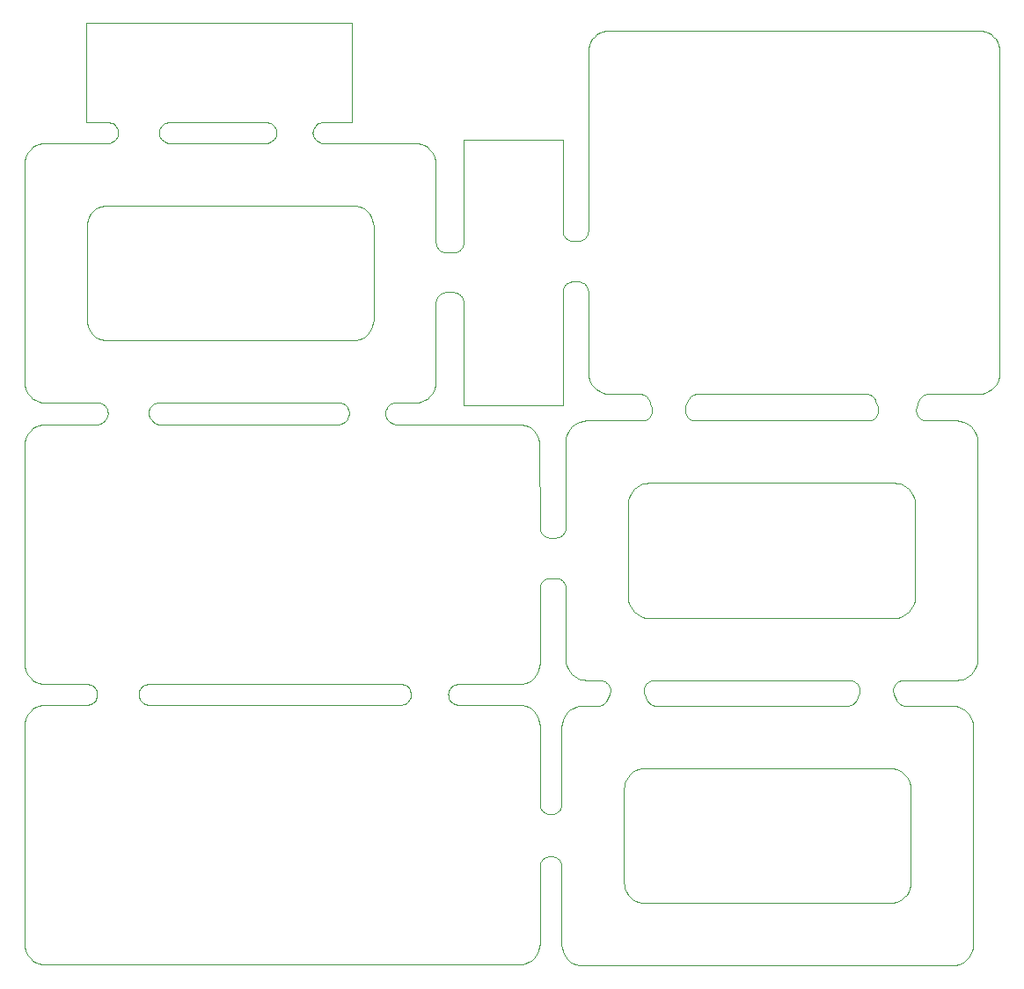
<source format=gko>
%MOIN*%
%OFA0B0*%
%FSLAX44Y44*%
%IPPOS*%
%LPD*%
%ADD10C,0*%
D10*
X00023665Y00013178D02*
X00023665Y00013178D01*
X00023542Y00013188D01*
X00023421Y00013217D01*
X00023307Y00013264D01*
X00023202Y00013328D01*
X00023108Y00013409D01*
X00023028Y00013503D01*
X00022963Y00013608D01*
X00022916Y00013722D01*
X00022887Y00013842D01*
X00022877Y00013965D01*
X00022877Y00017509D01*
X00022887Y00017632D01*
X00022916Y00017752D01*
X00022963Y00017866D01*
X00023028Y00017972D01*
X00023108Y00018065D01*
X00023202Y00018146D01*
X00023307Y00018210D01*
X00023421Y00018258D01*
X00023542Y00018286D01*
X00023665Y00018296D01*
X00032955Y00018296D01*
X00033078Y00018286D01*
X00033199Y00018258D01*
X00033313Y00018210D01*
X00033418Y00018146D01*
X00033512Y00018065D01*
X00033592Y00017972D01*
X00033657Y00017866D01*
X00033704Y00017752D01*
X00033733Y00017632D01*
X00033743Y00017509D01*
X00033743Y00013965D01*
X00033733Y00013842D01*
X00033704Y00013722D01*
X00033657Y00013608D01*
X00033592Y00013503D01*
X00033512Y00013409D01*
X00033418Y00013328D01*
X00033313Y00013264D01*
X00033199Y00013217D01*
X00033078Y00013188D01*
X00032955Y00013178D01*
X00023665Y00013178D01*
X00003149Y00023700D02*
X00003149Y00023700D01*
X00003026Y00023710D01*
X00002906Y00023739D01*
X00002792Y00023786D01*
X00002686Y00023851D01*
X00002592Y00023931D01*
X00002512Y00024025D01*
X00002448Y00024130D01*
X00002400Y00024244D01*
X00002371Y00024365D01*
X00002362Y00024488D01*
X00002362Y00028031D01*
X00002371Y00028154D01*
X00002400Y00028274D01*
X00002448Y00028388D01*
X00002512Y00028494D01*
X00002592Y00028588D01*
X00002686Y00028668D01*
X00002792Y00028733D01*
X00002906Y00028780D01*
X00003026Y00028809D01*
X00003149Y00028818D01*
X00012440Y00028818D01*
X00012563Y00028809D01*
X00012683Y00028780D01*
X00012797Y00028733D01*
X00012902Y00028668D01*
X00012996Y00028588D01*
X00013077Y00028494D01*
X00013141Y00028388D01*
X00013189Y00028274D01*
X00013217Y00028154D01*
X00013227Y00028031D01*
X00013227Y00024488D01*
X00013217Y00024365D01*
X00013189Y00024244D01*
X00013141Y00024130D01*
X00013077Y00024025D01*
X00012996Y00023931D01*
X00012902Y00023851D01*
X00012797Y00023786D01*
X00012683Y00023739D01*
X00012563Y00023710D01*
X00012440Y00023700D01*
X00003149Y00023700D01*
X00023504Y00002362D02*
X00023504Y00002362D01*
X00023381Y00002371D01*
X00023260Y00002400D01*
X00023146Y00002448D01*
X00023041Y00002512D01*
X00022947Y00002592D01*
X00022867Y00002686D01*
X00022802Y00002792D01*
X00022755Y00002906D01*
X00022726Y00003026D01*
X00022716Y00003149D01*
X00022716Y00006692D01*
X00022726Y00006816D01*
X00022755Y00006936D01*
X00022802Y00007050D01*
X00022867Y00007155D01*
X00022947Y00007249D01*
X00023041Y00007329D01*
X00023146Y00007394D01*
X00023260Y00007441D01*
X00023381Y00007470D01*
X00023504Y00007480D01*
X00032794Y00007480D01*
X00032917Y00007470D01*
X00033038Y00007441D01*
X00033152Y00007394D01*
X00033257Y00007329D01*
X00033351Y00007249D01*
X00033431Y00007155D01*
X00033496Y00007050D01*
X00033543Y00006936D01*
X00033572Y00006816D01*
X00033582Y00006692D01*
X00033582Y00003149D01*
X00033572Y00003026D01*
X00033543Y00002906D01*
X00033496Y00002792D01*
X00033431Y00002686D01*
X00033351Y00002592D01*
X00033257Y00002512D01*
X00033152Y00002448D01*
X00033038Y00002400D01*
X00032917Y00002371D01*
X00032794Y00002362D01*
X00023504Y00002362D01*
X00018736Y00009879D02*
X00018736Y00009879D01*
X00016480Y00009879D01*
X00016478Y00009879D01*
X00016476Y00009879D01*
X00016474Y00009879D01*
X00016472Y00009879D01*
X00016470Y00009879D01*
X00016468Y00009879D01*
X00016466Y00009879D01*
X00016464Y00009879D01*
X00016462Y00009879D01*
X00016460Y00009879D01*
X00016458Y00009879D01*
X00016456Y00009879D01*
X00016454Y00009880D01*
X00016452Y00009880D01*
X00016450Y00009880D01*
X00016448Y00009880D01*
X00016446Y00009880D01*
X00016444Y00009880D01*
X00016442Y00009880D01*
X00016440Y00009881D01*
X00016413Y00009883D01*
X00016354Y00009894D01*
X00016297Y00009913D01*
X00016244Y00009941D01*
X00016196Y00009976D01*
X00016154Y00010019D01*
X00016118Y00010067D01*
X00016091Y00010120D01*
X00016072Y00010177D01*
X00016061Y00010235D01*
X00016059Y00010295D01*
X00016067Y00010354D01*
X00016084Y00010412D01*
X00016108Y00010466D01*
X00016141Y00010516D01*
X00016181Y00010560D01*
X00016228Y00010598D01*
X00016279Y00010629D01*
X00016335Y00010651D01*
X00016393Y00010664D01*
X00016453Y00010669D01*
X00018741Y00010669D01*
X00018864Y00010679D01*
X00018984Y00010709D01*
X00019098Y00010756D01*
X00019204Y00010821D01*
X00019297Y00010902D01*
X00019377Y00010996D01*
X00019442Y00011102D01*
X00019489Y00011216D01*
X00019518Y00011336D01*
X00019527Y00011459D01*
X00019527Y00014295D01*
X00019528Y00014326D01*
X00019531Y00014356D01*
X00019537Y00014387D01*
X00019546Y00014416D01*
X00019557Y00014445D01*
X00019569Y00014473D01*
X00019585Y00014500D01*
X00019602Y00014526D01*
X00019621Y00014550D01*
X00019642Y00014573D01*
X00019665Y00014594D01*
X00019689Y00014613D01*
X00019715Y00014630D01*
X00019742Y00014646D01*
X00019770Y00014659D01*
X00019799Y00014669D01*
X00019828Y00014678D01*
X00019859Y00014684D01*
X00019889Y00014687D01*
X00019920Y00014689D01*
X00020121Y00014689D01*
X00020152Y00014687D01*
X00020183Y00014684D01*
X00020213Y00014678D01*
X00020243Y00014669D01*
X00020272Y00014659D01*
X00020300Y00014646D01*
X00020327Y00014631D01*
X00020353Y00014613D01*
X00020377Y00014594D01*
X00020400Y00014573D01*
X00020421Y00014551D01*
X00020440Y00014526D01*
X00020457Y00014501D01*
X00020472Y00014474D01*
X00020485Y00014446D01*
X00020496Y00014417D01*
X00020504Y00014387D01*
X00020510Y00014356D01*
X00020514Y00014326D01*
X00020515Y00014295D01*
X00020515Y00011603D01*
X00020525Y00011480D01*
X00020554Y00011360D01*
X00020601Y00011246D01*
X00020665Y00011140D01*
X00020746Y00011046D01*
X00020840Y00010966D01*
X00020945Y00010902D01*
X00021059Y00010854D01*
X00021179Y00010825D01*
X00021302Y00010816D01*
X00021805Y00010816D01*
X00021845Y00010814D01*
X00021883Y00010808D01*
X00021922Y00010798D01*
X00021958Y00010785D01*
X00021994Y00010768D01*
X00022027Y00010747D01*
X00022059Y00010723D01*
X00022087Y00010697D01*
X00022113Y00010667D01*
X00022136Y00010635D01*
X00022156Y00010601D01*
X00022172Y00010565D01*
X00022184Y00010528D01*
X00022193Y00010490D01*
X00022198Y00010451D01*
X00022199Y00010411D01*
X00022196Y00010372D01*
X00022189Y00010334D01*
X00022178Y00010296D01*
X00022164Y00010259D01*
X00022079Y00010073D01*
X00022069Y00010053D01*
X00022058Y00010033D01*
X00022046Y00010014D01*
X00022033Y00009996D01*
X00022018Y00009978D01*
X00022003Y00009962D01*
X00021987Y00009946D01*
X00021970Y00009931D01*
X00021952Y00009917D01*
X00021934Y00009905D01*
X00021914Y00009893D01*
X00021895Y00009883D01*
X00021874Y00009873D01*
X00021853Y00009865D01*
X00021832Y00009858D01*
X00021810Y00009852D01*
X00021788Y00009848D01*
X00021766Y00009845D01*
X00021743Y00009843D01*
X00021721Y00009842D01*
X00021142Y00009842D01*
X00021018Y00009832D01*
X00020898Y00009803D01*
X00020784Y00009756D01*
X00020679Y00009692D01*
X00020585Y00009611D01*
X00020505Y00009517D01*
X00020440Y00009412D01*
X00020393Y00009298D01*
X00020364Y00009178D01*
X00020354Y00009055D01*
X00020354Y00006127D01*
X00020353Y00006096D01*
X00020349Y00006065D01*
X00020343Y00006035D01*
X00020335Y00006005D01*
X00020324Y00005976D01*
X00020311Y00005948D01*
X00020296Y00005921D01*
X00020279Y00005896D01*
X00020260Y00005871D01*
X00020239Y00005849D01*
X00020216Y00005828D01*
X00020192Y00005809D01*
X00020166Y00005791D01*
X00020139Y00005776D01*
X00020111Y00005763D01*
X00020082Y00005753D01*
X00020052Y00005744D01*
X00020022Y00005738D01*
X00019991Y00005735D01*
X00019961Y00005733D01*
X00019920Y00005733D01*
X00019889Y00005735D01*
X00019859Y00005738D01*
X00019828Y00005744D01*
X00019798Y00005753D01*
X00019769Y00005763D01*
X00019741Y00005776D01*
X00019714Y00005791D01*
X00019689Y00005809D01*
X00019664Y00005828D01*
X00019642Y00005849D01*
X00019621Y00005871D01*
X00019602Y00005896D01*
X00019584Y00005921D01*
X00019569Y00005948D01*
X00019556Y00005976D01*
X00019546Y00006005D01*
X00019537Y00006035D01*
X00019531Y00006065D01*
X00019528Y00006096D01*
X00019526Y00006127D01*
X00019526Y00009089D01*
X00019516Y00009213D01*
X00019487Y00009333D01*
X00019440Y00009448D01*
X00019375Y00009553D01*
X00019294Y00009647D01*
X00019200Y00009728D01*
X00019095Y00009793D01*
X00018980Y00009840D01*
X00018860Y00009869D01*
X00018736Y00009879D01*
X00023948Y00009842D02*
X00023948Y00009842D01*
X00023925Y00009843D01*
X00023903Y00009845D01*
X00023880Y00009848D01*
X00023858Y00009852D01*
X00023837Y00009858D01*
X00023815Y00009865D01*
X00023794Y00009873D01*
X00023774Y00009883D01*
X00023754Y00009893D01*
X00023735Y00009905D01*
X00023716Y00009917D01*
X00023698Y00009931D01*
X00023681Y00009946D01*
X00023665Y00009962D01*
X00023650Y00009978D01*
X00023636Y00009996D01*
X00023622Y00010014D01*
X00023610Y00010033D01*
X00023599Y00010053D01*
X00023589Y00010073D01*
X00023505Y00010259D01*
X00023490Y00010296D01*
X00023479Y00010334D01*
X00023472Y00010372D01*
X00023469Y00010411D01*
X00023470Y00010451D01*
X00023475Y00010490D01*
X00023484Y00010528D01*
X00023496Y00010565D01*
X00023512Y00010601D01*
X00023532Y00010635D01*
X00023555Y00010667D01*
X00023581Y00010697D01*
X00023610Y00010723D01*
X00023641Y00010747D01*
X00023674Y00010768D01*
X00023710Y00010785D01*
X00023747Y00010798D01*
X00023785Y00010808D01*
X00023824Y00010814D01*
X00023863Y00010816D01*
X00031254Y00010816D01*
X00031293Y00010814D01*
X00031332Y00010808D01*
X00031370Y00010798D01*
X00031407Y00010785D01*
X00031443Y00010768D01*
X00031476Y00010747D01*
X00031507Y00010723D01*
X00031536Y00010697D01*
X00031562Y00010667D01*
X00031585Y00010635D01*
X00031605Y00010601D01*
X00031621Y00010565D01*
X00031633Y00010528D01*
X00031642Y00010490D01*
X00031647Y00010451D01*
X00031648Y00010411D01*
X00031645Y00010372D01*
X00031638Y00010334D01*
X00031627Y00010296D01*
X00031613Y00010259D01*
X00031528Y00010073D01*
X00031518Y00010053D01*
X00031507Y00010033D01*
X00031495Y00010014D01*
X00031482Y00009996D01*
X00031467Y00009978D01*
X00031452Y00009962D01*
X00031436Y00009946D01*
X00031419Y00009931D01*
X00031401Y00009917D01*
X00031383Y00009905D01*
X00031363Y00009893D01*
X00031343Y00009883D01*
X00031323Y00009873D01*
X00031302Y00009865D01*
X00031280Y00009858D01*
X00031259Y00009852D01*
X00031237Y00009848D01*
X00031214Y00009845D01*
X00031192Y00009843D01*
X00031169Y00009842D01*
X00023948Y00009842D01*
X00023303Y00021674D02*
X00023303Y00021674D01*
X00023327Y00021673D01*
X00023350Y00021671D01*
X00023373Y00021667D01*
X00023396Y00021663D01*
X00023419Y00021656D01*
X00023441Y00021649D01*
X00023463Y00021640D01*
X00023484Y00021629D01*
X00023505Y00021618D01*
X00023525Y00021605D01*
X00023544Y00021591D01*
X00023562Y00021576D01*
X00023579Y00021560D01*
X00023596Y00021543D01*
X00023611Y00021525D01*
X00023625Y00021506D01*
X00023638Y00021487D01*
X00023650Y00021466D01*
X00023660Y00021445D01*
X00023670Y00021424D01*
X00023759Y00021196D01*
X00023771Y00021159D01*
X00023780Y00021122D01*
X00023785Y00021084D01*
X00023786Y00021046D01*
X00023783Y00021008D01*
X00023777Y00020970D01*
X00023767Y00020933D01*
X00023754Y00020897D01*
X00023737Y00020863D01*
X00023717Y00020830D01*
X00023694Y00020800D01*
X00023668Y00020771D01*
X00023640Y00020746D01*
X00023609Y00020723D01*
X00023576Y00020704D01*
X00023541Y00020688D01*
X00023505Y00020675D01*
X00023468Y00020666D01*
X00023430Y00020660D01*
X00023392Y00020658D01*
X00021302Y00020658D01*
X00021179Y00020649D01*
X00021059Y00020620D01*
X00020945Y00020573D01*
X00020840Y00020508D01*
X00020746Y00020428D01*
X00020665Y00020334D01*
X00020601Y00020228D01*
X00020554Y00020114D01*
X00020525Y00019994D01*
X00020515Y00019871D01*
X00020515Y00016612D01*
X00020514Y00016582D01*
X00020510Y00016551D01*
X00020504Y00016521D01*
X00020496Y00016491D01*
X00020485Y00016462D01*
X00020472Y00016434D01*
X00020457Y00016407D01*
X00020440Y00016381D01*
X00020421Y00016357D01*
X00020400Y00016334D01*
X00020377Y00016313D01*
X00020353Y00016294D01*
X00020327Y00016277D01*
X00020300Y00016262D01*
X00020272Y00016249D01*
X00020243Y00016238D01*
X00020213Y00016230D01*
X00020183Y00016224D01*
X00020152Y00016220D01*
X00020121Y00016219D01*
X00019920Y00016219D01*
X00019889Y00016220D01*
X00019858Y00016224D01*
X00019828Y00016230D01*
X00019798Y00016238D01*
X00019769Y00016249D01*
X00019741Y00016262D01*
X00019714Y00016277D01*
X00019688Y00016294D01*
X00019664Y00016313D01*
X00019641Y00016334D01*
X00019620Y00016357D01*
X00019601Y00016381D01*
X00019584Y00016407D01*
X00019569Y00016434D01*
X00019556Y00016462D01*
X00019545Y00016491D01*
X00019537Y00016520D01*
X00019531Y00016551D01*
X00019527Y00016581D01*
X00019526Y00016612D01*
X00019525Y00019722D01*
X00019515Y00019846D01*
X00019487Y00019966D01*
X00019439Y00020080D01*
X00019374Y00020186D01*
X00019294Y00020280D01*
X00019200Y00020361D01*
X00019094Y00020425D01*
X00018980Y00020473D01*
X00018859Y00020502D01*
X00018736Y00020511D01*
X00014118Y00020511D01*
X00014104Y00020512D01*
X00014090Y00020512D01*
X00014075Y00020514D01*
X00014061Y00020515D01*
X00014047Y00020518D01*
X00014033Y00020521D01*
X00014019Y00020524D01*
X00014005Y00020528D01*
X00013992Y00020532D01*
X00013978Y00020537D01*
X00013965Y00020542D01*
X00013952Y00020548D01*
X00013939Y00020555D01*
X00013926Y00020561D01*
X00013914Y00020568D01*
X00013902Y00020576D01*
X00013890Y00020584D01*
X00013879Y00020593D01*
X00013867Y00020602D01*
X00013857Y00020611D01*
X00013812Y00020650D01*
X00013779Y00020684D01*
X00013750Y00020721D01*
X00013725Y00020762D01*
X00013706Y00020806D01*
X00013692Y00020851D01*
X00013683Y00020898D01*
X00013680Y00020945D01*
X00013683Y00020992D01*
X00013692Y00021039D01*
X00013706Y00021084D01*
X00013726Y00021128D01*
X00013750Y00021168D01*
X00013780Y00021206D01*
X00013813Y00021239D01*
X00013851Y00021269D01*
X00013891Y00021293D01*
X00013935Y00021313D01*
X00013980Y00021327D01*
X00014027Y00021335D01*
X00014074Y00021338D01*
X00014802Y00021338D01*
X00014925Y00021348D01*
X00015045Y00021377D01*
X00015159Y00021424D01*
X00015265Y00021488D01*
X00015359Y00021569D01*
X00015439Y00021663D01*
X00015503Y00021768D01*
X00015551Y00021882D01*
X00015580Y00022002D01*
X00015589Y00022125D01*
X00015589Y00025131D01*
X00015590Y00025162D01*
X00015594Y00025193D01*
X00015600Y00025223D01*
X00015609Y00025253D01*
X00015619Y00025282D01*
X00015632Y00025310D01*
X00015647Y00025337D01*
X00015664Y00025362D01*
X00015684Y00025387D01*
X00015705Y00025409D01*
X00015727Y00025430D01*
X00015752Y00025450D01*
X00015777Y00025467D01*
X00015804Y00025482D01*
X00015832Y00025495D01*
X00015861Y00025506D01*
X00015891Y00025514D01*
X00015921Y00025520D01*
X00015952Y00025524D01*
X00015983Y00025525D01*
X00016243Y00025525D01*
X00016274Y00025524D01*
X00016305Y00025520D01*
X00016335Y00025514D01*
X00016365Y00025506D01*
X00016394Y00025495D01*
X00016422Y00025482D01*
X00016449Y00025467D01*
X00016474Y00025450D01*
X00016499Y00025430D01*
X00016521Y00025409D01*
X00016542Y00025387D01*
X00016562Y00025362D01*
X00016579Y00025337D01*
X00016594Y00025310D01*
X00016607Y00025282D01*
X00016617Y00025253D01*
X00016626Y00025223D01*
X00016632Y00025193D01*
X00016635Y00025162D01*
X00016637Y00025131D01*
X00016637Y00021243D01*
X00020393Y00021243D01*
X00020393Y00025539D01*
X00020394Y00025570D01*
X00020397Y00025600D01*
X00020403Y00025631D01*
X00020412Y00025660D01*
X00020423Y00025689D01*
X00020436Y00025717D01*
X00020451Y00025744D01*
X00020468Y00025770D01*
X00020487Y00025794D01*
X00020508Y00025817D01*
X00020531Y00025838D01*
X00020555Y00025857D01*
X00020581Y00025874D01*
X00020608Y00025889D01*
X00020636Y00025902D01*
X00020665Y00025913D01*
X00020694Y00025921D01*
X00020725Y00025927D01*
X00020755Y00025931D01*
X00020786Y00025932D01*
X00020970Y00025932D01*
X00021001Y00025931D01*
X00021032Y00025927D01*
X00021062Y00025921D01*
X00021092Y00025913D01*
X00021121Y00025902D01*
X00021149Y00025889D01*
X00021176Y00025874D01*
X00021201Y00025857D01*
X00021226Y00025838D01*
X00021248Y00025817D01*
X00021269Y00025794D01*
X00021288Y00025770D01*
X00021306Y00025744D01*
X00021321Y00025717D01*
X00021334Y00025689D01*
X00021344Y00025660D01*
X00021353Y00025631D01*
X00021359Y00025600D01*
X00021362Y00025570D01*
X00021364Y00025539D01*
X00021364Y00022461D01*
X00021373Y00022338D01*
X00021402Y00022218D01*
X00021449Y00022104D01*
X00021514Y00021998D01*
X00021594Y00021904D01*
X00021688Y00021824D01*
X00021794Y00021760D01*
X00021908Y00021712D01*
X00022028Y00021683D01*
X00022151Y00021674D01*
X00023303Y00021674D01*
X00031881Y00021674D02*
X00031881Y00021674D01*
X00031905Y00021673D01*
X00031929Y00021671D01*
X00031953Y00021667D01*
X00031976Y00021662D01*
X00031999Y00021656D01*
X00032022Y00021648D01*
X00032044Y00021638D01*
X00032066Y00021628D01*
X00032087Y00021616D01*
X00032107Y00021602D01*
X00032126Y00021588D01*
X00032144Y00021572D01*
X00032162Y00021556D01*
X00032178Y00021538D01*
X00032193Y00021519D01*
X00032207Y00021500D01*
X00032220Y00021479D01*
X00032232Y00021458D01*
X00032242Y00021436D01*
X00032251Y00021414D01*
X00032333Y00021186D01*
X00032344Y00021150D01*
X00032352Y00021113D01*
X00032356Y00021075D01*
X00032357Y00021038D01*
X00032353Y00021000D01*
X00032347Y00020963D01*
X00032336Y00020927D01*
X00032323Y00020891D01*
X00032306Y00020858D01*
X00032285Y00020826D01*
X00032262Y00020796D01*
X00032236Y00020769D01*
X00032208Y00020744D01*
X00032177Y00020722D01*
X00032145Y00020703D01*
X00032110Y00020687D01*
X00032075Y00020675D01*
X00032038Y00020666D01*
X00032001Y00020660D01*
X00031963Y00020658D01*
X00025426Y00020658D01*
X00025387Y00020660D01*
X00025350Y00020666D01*
X00025313Y00020675D01*
X00025276Y00020688D01*
X00025242Y00020704D01*
X00025209Y00020723D01*
X00025178Y00020746D01*
X00025150Y00020771D01*
X00025124Y00020800D01*
X00025101Y00020830D01*
X00025081Y00020863D01*
X00025064Y00020897D01*
X00025050Y00020933D01*
X00025041Y00020970D01*
X00025035Y00021008D01*
X00025032Y00021046D01*
X00025033Y00021084D01*
X00025038Y00021122D01*
X00025047Y00021159D01*
X00025059Y00021196D01*
X00025148Y00021424D01*
X00025158Y00021445D01*
X00025168Y00021466D01*
X00025180Y00021487D01*
X00025193Y00021506D01*
X00025207Y00021525D01*
X00025222Y00021543D01*
X00025238Y00021560D01*
X00025256Y00021576D01*
X00025274Y00021591D01*
X00025293Y00021605D01*
X00025313Y00021618D01*
X00025333Y00021629D01*
X00025355Y00021640D01*
X00025377Y00021649D01*
X00025399Y00021656D01*
X00025422Y00021663D01*
X00025445Y00021667D01*
X00025468Y00021671D01*
X00025491Y00021673D01*
X00025515Y00021674D01*
X00031881Y00021674D01*
X00005550Y00031181D02*
X00005550Y00031181D01*
X00005550Y00031181D01*
X00005550Y00031181D01*
X00005549Y00031181D01*
X00005549Y00031181D01*
X00005549Y00031181D01*
X00005549Y00031181D01*
X00005549Y00031181D01*
X00005548Y00031181D01*
X00005548Y00031181D01*
X00005548Y00031181D01*
X00005548Y00031181D01*
X00005547Y00031181D01*
X00005547Y00031181D01*
X00005547Y00031181D01*
X00005547Y00031181D01*
X00005547Y00031181D01*
X00005546Y00031181D01*
X00005546Y00031181D01*
X00005546Y00031181D01*
X00005546Y00031181D01*
X00005494Y00031181D01*
X00005432Y00031187D01*
X00005373Y00031202D01*
X00005316Y00031226D01*
X00005264Y00031258D01*
X00005217Y00031299D01*
X00005178Y00031346D01*
X00005146Y00031399D01*
X00005123Y00031456D01*
X00005109Y00031516D01*
X00005104Y00031577D01*
X00005109Y00031638D01*
X00005124Y00031698D01*
X00005148Y00031755D01*
X00005180Y00031807D01*
X00005220Y00031854D01*
X00005267Y00031894D01*
X00005320Y00031926D01*
X00005377Y00031949D01*
X00005436Y00031964D01*
X00005498Y00031969D01*
X00009153Y00031969D01*
X00009215Y00031964D01*
X00009275Y00031949D01*
X00009332Y00031926D01*
X00009384Y00031894D01*
X00009431Y00031854D01*
X00009471Y00031807D01*
X00009504Y00031755D01*
X00009527Y00031698D01*
X00009542Y00031638D01*
X00009547Y00031577D01*
X00009543Y00031515D01*
X00009529Y00031456D01*
X00009505Y00031398D01*
X00009474Y00031346D01*
X00009434Y00031299D01*
X00009387Y00031258D01*
X00009335Y00031226D01*
X00009279Y00031202D01*
X00009219Y00031187D01*
X00009157Y00031181D01*
X00009101Y00031181D01*
X00009101Y00031181D01*
X00009101Y00031181D01*
X00009101Y00031181D01*
X00009101Y00031181D01*
X00009100Y00031181D01*
X00009100Y00031181D01*
X00009100Y00031181D01*
X00009100Y00031181D01*
X00009100Y00031181D01*
X00009099Y00031181D01*
X00009099Y00031181D01*
X00009099Y00031181D01*
X00009099Y00031181D01*
X00009099Y00031181D01*
X00009098Y00031181D01*
X00009098Y00031181D01*
X00009098Y00031181D01*
X00009098Y00031181D01*
X00009098Y00031181D01*
X00009097Y00031181D01*
X00005550Y00031181D01*
X00005146Y00020511D02*
X00005146Y00020511D01*
X00005130Y00020512D01*
X00005115Y00020512D01*
X00005100Y00020514D01*
X00005086Y00020516D01*
X00005071Y00020518D01*
X00005056Y00020522D01*
X00005041Y00020525D01*
X00005027Y00020530D01*
X00005013Y00020534D01*
X00004999Y00020540D01*
X00004985Y00020546D01*
X00004971Y00020552D01*
X00004958Y00020559D01*
X00004945Y00020566D01*
X00004932Y00020574D01*
X00004920Y00020583D01*
X00004907Y00020591D01*
X00004896Y00020601D01*
X00004884Y00020611D01*
X00004873Y00020621D01*
X00004832Y00020660D01*
X00004800Y00020694D01*
X00004773Y00020732D01*
X00004750Y00020773D01*
X00004732Y00020816D01*
X00004720Y00020861D01*
X00004712Y00020908D01*
X00004711Y00020954D01*
X00004715Y00021001D01*
X00004724Y00021047D01*
X00004739Y00021091D01*
X00004759Y00021133D01*
X00004784Y00021173D01*
X00004813Y00021209D01*
X00004847Y00021242D01*
X00004884Y00021271D01*
X00004924Y00021294D01*
X00004967Y00021313D01*
X00005012Y00021327D01*
X00005058Y00021335D01*
X00005104Y00021338D01*
X00011909Y00021338D01*
X00011957Y00021335D01*
X00012003Y00021327D01*
X00012049Y00021313D01*
X00012092Y00021293D01*
X00012133Y00021269D01*
X00012170Y00021239D01*
X00012204Y00021206D01*
X00012233Y00021168D01*
X00012258Y00021128D01*
X00012277Y00021084D01*
X00012291Y00021039D01*
X00012300Y00020992D01*
X00012303Y00020945D01*
X00012300Y00020898D01*
X00012292Y00020851D01*
X00012278Y00020806D01*
X00012258Y00020762D01*
X00012234Y00020721D01*
X00012204Y00020684D01*
X00012171Y00020650D01*
X00012127Y00020611D01*
X00012116Y00020602D01*
X00012105Y00020593D01*
X00012093Y00020584D01*
X00012081Y00020576D01*
X00012069Y00020568D01*
X00012057Y00020561D01*
X00012044Y00020555D01*
X00012031Y00020548D01*
X00012018Y00020542D01*
X00012005Y00020537D01*
X00011992Y00020532D01*
X00011978Y00020528D01*
X00011964Y00020524D01*
X00011950Y00020521D01*
X00011936Y00020518D01*
X00011922Y00020515D01*
X00011908Y00020514D01*
X00011894Y00020512D01*
X00011879Y00020512D01*
X00011865Y00020511D01*
X00005146Y00020511D01*
X00004751Y00009879D02*
X00004751Y00009879D01*
X00004749Y00009879D01*
X00004747Y00009879D01*
X00004745Y00009879D01*
X00004742Y00009879D01*
X00004740Y00009879D01*
X00004738Y00009879D01*
X00004736Y00009879D01*
X00004734Y00009879D01*
X00004732Y00009879D01*
X00004729Y00009879D01*
X00004727Y00009879D01*
X00004725Y00009879D01*
X00004723Y00009880D01*
X00004721Y00009880D01*
X00004719Y00009880D01*
X00004717Y00009880D01*
X00004714Y00009880D01*
X00004712Y00009881D01*
X00004710Y00009881D01*
X00004708Y00009881D01*
X00004683Y00009884D01*
X00004624Y00009895D01*
X00004568Y00009914D01*
X00004515Y00009942D01*
X00004467Y00009978D01*
X00004426Y00010020D01*
X00004391Y00010069D01*
X00004363Y00010122D01*
X00004344Y00010178D01*
X00004334Y00010237D01*
X00004333Y00010297D01*
X00004341Y00010356D01*
X00004357Y00010413D01*
X00004382Y00010467D01*
X00004415Y00010517D01*
X00004455Y00010561D01*
X00004501Y00010599D01*
X00004553Y00010629D01*
X00004608Y00010651D01*
X00004666Y00010664D01*
X00004726Y00010669D01*
X00014255Y00010669D01*
X00014315Y00010664D01*
X00014373Y00010651D01*
X00014428Y00010629D01*
X00014480Y00010598D01*
X00014526Y00010560D01*
X00014566Y00010516D01*
X00014599Y00010466D01*
X00014624Y00010412D01*
X00014641Y00010354D01*
X00014648Y00010295D01*
X00014647Y00010235D01*
X00014636Y00010177D01*
X00014617Y00010120D01*
X00014589Y00010067D01*
X00014554Y00010019D01*
X00014512Y00009976D01*
X00014463Y00009941D01*
X00014410Y00009913D01*
X00014354Y00009894D01*
X00014295Y00009883D01*
X00014268Y00009881D01*
X00014266Y00009880D01*
X00014264Y00009880D01*
X00014262Y00009880D01*
X00014260Y00009880D01*
X00014258Y00009880D01*
X00014256Y00009880D01*
X00014254Y00009880D01*
X00014252Y00009879D01*
X00014250Y00009879D01*
X00014248Y00009879D01*
X00014246Y00009879D01*
X00014244Y00009879D01*
X00014242Y00009879D01*
X00014240Y00009879D01*
X00014238Y00009879D01*
X00014236Y00009879D01*
X00014234Y00009879D01*
X00014232Y00009879D01*
X00014230Y00009879D01*
X00014228Y00009879D01*
X00004751Y00009879D01*
X00002360Y00010669D02*
X00002360Y00010669D01*
X00002419Y00010664D01*
X00002477Y00010651D01*
X00002533Y00010629D01*
X00002584Y00010599D01*
X00002630Y00010561D01*
X00002670Y00010517D01*
X00002703Y00010467D01*
X00002728Y00010413D01*
X00002745Y00010356D01*
X00002753Y00010297D01*
X00002752Y00010237D01*
X00002741Y00010178D01*
X00002722Y00010122D01*
X00002695Y00010069D01*
X00002660Y00010020D01*
X00002618Y00009978D01*
X00002570Y00009942D01*
X00002518Y00009914D01*
X00002461Y00009895D01*
X00002403Y00009884D01*
X00002378Y00009881D01*
X00002376Y00009881D01*
X00002373Y00009881D01*
X00002371Y00009880D01*
X00002369Y00009880D01*
X00002367Y00009880D01*
X00002365Y00009880D01*
X00002363Y00009880D01*
X00002360Y00009879D01*
X00002358Y00009879D01*
X00002356Y00009879D01*
X00002354Y00009879D01*
X00002352Y00009879D01*
X00002350Y00009879D01*
X00002348Y00009879D01*
X00002345Y00009879D01*
X00002343Y00009879D01*
X00002341Y00009879D01*
X00002339Y00009879D01*
X00002337Y00009879D01*
X00002335Y00009879D01*
X00000787Y00009879D01*
X00000664Y00009869D01*
X00000544Y00009840D01*
X00000430Y00009793D01*
X00000324Y00009728D01*
X00000230Y00009648D01*
X00000150Y00009554D01*
X00000086Y00009449D01*
X00000038Y00009335D01*
X00000010Y00009214D01*
X00000000Y00009091D01*
X00000000Y00000824D01*
X00000010Y00000700D01*
X00000038Y00000580D01*
X00000086Y00000466D01*
X00000150Y00000361D01*
X00000230Y00000267D01*
X00000324Y00000186D01*
X00000430Y00000122D01*
X00000544Y00000075D01*
X00000664Y00000046D01*
X00000787Y00000036D01*
X00018741Y00000036D01*
X00018865Y00000046D01*
X00018985Y00000076D01*
X00019099Y00000124D01*
X00019204Y00000189D01*
X00019298Y00000269D01*
X00019378Y00000363D01*
X00019442Y00000469D01*
X00019489Y00000583D01*
X00019518Y00000703D01*
X00019528Y00000827D01*
X00019527Y00003747D01*
X00019528Y00003778D01*
X00019532Y00003809D01*
X00019538Y00003839D01*
X00019546Y00003869D01*
X00019557Y00003898D01*
X00019570Y00003926D01*
X00019585Y00003953D01*
X00019602Y00003978D01*
X00019621Y00004003D01*
X00019642Y00004025D01*
X00019665Y00004046D01*
X00019689Y00004066D01*
X00019715Y00004083D01*
X00019742Y00004098D01*
X00019770Y00004111D01*
X00019799Y00004122D01*
X00019829Y00004130D01*
X00019859Y00004136D01*
X00019890Y00004140D01*
X00019921Y00004141D01*
X00019960Y00004141D01*
X00019991Y00004140D01*
X00020022Y00004136D01*
X00020052Y00004130D01*
X00020082Y00004122D01*
X00020111Y00004111D01*
X00020139Y00004098D01*
X00020166Y00004083D01*
X00020192Y00004066D01*
X00020216Y00004047D01*
X00020239Y00004026D01*
X00020260Y00004003D01*
X00020279Y00003979D01*
X00020296Y00003953D01*
X00020311Y00003926D01*
X00020324Y00003898D01*
X00020335Y00003869D01*
X00020343Y00003839D01*
X00020349Y00003809D01*
X00020353Y00003778D01*
X00020354Y00003747D01*
X00020354Y00000787D01*
X00020364Y00000664D01*
X00020393Y00000544D01*
X00020440Y00000429D01*
X00020505Y00000324D01*
X00020585Y00000230D01*
X00020679Y00000150D01*
X00020784Y00000085D01*
X00020898Y00000038D01*
X00021018Y00000009D01*
X00021142Y00000000D01*
X00035157Y00000000D01*
X00035280Y00000009D01*
X00035400Y00000038D01*
X00035514Y00000085D01*
X00035619Y00000150D01*
X00035713Y00000230D01*
X00035794Y00000324D01*
X00035858Y00000429D01*
X00035905Y00000544D01*
X00035934Y00000664D01*
X00035944Y00000787D01*
X00035944Y00009055D01*
X00035934Y00009178D01*
X00035905Y00009298D01*
X00035858Y00009412D01*
X00035794Y00009517D01*
X00035713Y00009611D01*
X00035619Y00009692D01*
X00035514Y00009756D01*
X00035400Y00009803D01*
X00035280Y00009832D01*
X00035157Y00009842D01*
X00033397Y00009842D01*
X00033374Y00009843D01*
X00033352Y00009845D01*
X00033329Y00009848D01*
X00033307Y00009852D01*
X00033285Y00009858D01*
X00033264Y00009865D01*
X00033243Y00009873D01*
X00033223Y00009883D01*
X00033203Y00009893D01*
X00033183Y00009905D01*
X00033165Y00009917D01*
X00033147Y00009931D01*
X00033130Y00009946D01*
X00033114Y00009962D01*
X00033099Y00009978D01*
X00033084Y00009996D01*
X00033071Y00010014D01*
X00033059Y00010033D01*
X00033048Y00010053D01*
X00033038Y00010073D01*
X00032953Y00010259D01*
X00032939Y00010296D01*
X00032928Y00010334D01*
X00032921Y00010372D01*
X00032918Y00010411D01*
X00032919Y00010451D01*
X00032924Y00010490D01*
X00032933Y00010528D01*
X00032945Y00010565D01*
X00032961Y00010601D01*
X00032981Y00010635D01*
X00033004Y00010667D01*
X00033030Y00010697D01*
X00033058Y00010723D01*
X00033090Y00010747D01*
X00033123Y00010768D01*
X00033159Y00010785D01*
X00033196Y00010798D01*
X00033234Y00010808D01*
X00033273Y00010814D01*
X00033312Y00010816D01*
X00035317Y00010816D01*
X00035441Y00010825D01*
X00035561Y00010854D01*
X00035675Y00010902D01*
X00035780Y00010966D01*
X00035874Y00011046D01*
X00035954Y00011140D01*
X00036019Y00011246D01*
X00036066Y00011360D01*
X00036095Y00011480D01*
X00036105Y00011603D01*
X00036105Y00019871D01*
X00036095Y00019994D01*
X00036066Y00020114D01*
X00036019Y00020228D01*
X00035954Y00020334D01*
X00035874Y00020428D01*
X00035780Y00020508D01*
X00035675Y00020573D01*
X00035561Y00020620D01*
X00035441Y00020649D01*
X00035317Y00020658D01*
X00034178Y00020658D01*
X00034140Y00020660D01*
X00034103Y00020666D01*
X00034066Y00020675D01*
X00034030Y00020687D01*
X00033996Y00020703D01*
X00033963Y00020722D01*
X00033933Y00020744D01*
X00033904Y00020769D01*
X00033878Y00020796D01*
X00033855Y00020826D01*
X00033835Y00020858D01*
X00033818Y00020891D01*
X00033804Y00020927D01*
X00033794Y00020963D01*
X00033787Y00021000D01*
X00033784Y00021038D01*
X00033785Y00021075D01*
X00033789Y00021113D01*
X00033796Y00021150D01*
X00033807Y00021186D01*
X00033890Y00021414D01*
X00033899Y00021436D01*
X00033909Y00021458D01*
X00033921Y00021479D01*
X00033933Y00021500D01*
X00033947Y00021519D01*
X00033963Y00021538D01*
X00033979Y00021556D01*
X00033996Y00021572D01*
X00034015Y00021588D01*
X00034034Y00021602D01*
X00034054Y00021616D01*
X00034075Y00021628D01*
X00034097Y00021638D01*
X00034119Y00021648D01*
X00034142Y00021656D01*
X00034165Y00021662D01*
X00034188Y00021667D01*
X00034212Y00021671D01*
X00034236Y00021673D01*
X00034260Y00021674D01*
X00036166Y00021674D01*
X00036289Y00021683D01*
X00036409Y00021712D01*
X00036523Y00021760D01*
X00036629Y00021824D01*
X00036723Y00021904D01*
X00036803Y00021998D01*
X00036867Y00022104D01*
X00036915Y00022218D01*
X00036944Y00022338D01*
X00036953Y00022461D01*
X00036953Y00034666D01*
X00036944Y00034789D01*
X00036915Y00034909D01*
X00036867Y00035023D01*
X00036803Y00035129D01*
X00036723Y00035223D01*
X00036629Y00035303D01*
X00036523Y00035367D01*
X00036409Y00035415D01*
X00036289Y00035444D01*
X00036166Y00035453D01*
X00022151Y00035453D01*
X00022028Y00035444D01*
X00021908Y00035415D01*
X00021794Y00035367D01*
X00021688Y00035303D01*
X00021594Y00035223D01*
X00021514Y00035129D01*
X00021449Y00035023D01*
X00021402Y00034909D01*
X00021373Y00034789D01*
X00021364Y00034666D01*
X00021364Y00027864D01*
X00021362Y00027833D01*
X00021359Y00027802D01*
X00021353Y00027772D01*
X00021344Y00027742D01*
X00021334Y00027713D01*
X00021321Y00027685D01*
X00021306Y00027658D01*
X00021288Y00027632D01*
X00021269Y00027608D01*
X00021248Y00027585D01*
X00021226Y00027564D01*
X00021201Y00027545D01*
X00021176Y00027528D01*
X00021149Y00027513D01*
X00021121Y00027500D01*
X00021092Y00027489D01*
X00021062Y00027481D01*
X00021032Y00027475D01*
X00021001Y00027471D01*
X00020970Y00027470D01*
X00020786Y00027470D01*
X00020755Y00027471D01*
X00020725Y00027475D01*
X00020694Y00027481D01*
X00020665Y00027489D01*
X00020636Y00027500D01*
X00020608Y00027513D01*
X00020581Y00027528D01*
X00020555Y00027545D01*
X00020531Y00027564D01*
X00020508Y00027585D01*
X00020487Y00027608D01*
X00020468Y00027632D01*
X00020451Y00027658D01*
X00020436Y00027685D01*
X00020423Y00027713D01*
X00020412Y00027742D01*
X00020403Y00027772D01*
X00020397Y00027802D01*
X00020394Y00027833D01*
X00020393Y00027864D01*
X00020393Y00031321D01*
X00016637Y00031321D01*
X00016637Y00027423D01*
X00016635Y00027392D01*
X00016632Y00027361D01*
X00016626Y00027331D01*
X00016617Y00027301D01*
X00016607Y00027272D01*
X00016594Y00027244D01*
X00016579Y00027217D01*
X00016562Y00027191D01*
X00016542Y00027167D01*
X00016521Y00027144D01*
X00016499Y00027123D01*
X00016474Y00027104D01*
X00016449Y00027087D01*
X00016422Y00027072D01*
X00016394Y00027059D01*
X00016365Y00027048D01*
X00016335Y00027040D01*
X00016305Y00027034D01*
X00016274Y00027030D01*
X00016243Y00027029D01*
X00015983Y00027029D01*
X00015952Y00027030D01*
X00015921Y00027034D01*
X00015891Y00027040D01*
X00015861Y00027048D01*
X00015832Y00027059D01*
X00015804Y00027072D01*
X00015777Y00027087D01*
X00015752Y00027104D01*
X00015727Y00027123D01*
X00015705Y00027144D01*
X00015684Y00027167D01*
X00015664Y00027191D01*
X00015647Y00027217D01*
X00015632Y00027244D01*
X00015619Y00027272D01*
X00015609Y00027301D01*
X00015600Y00027331D01*
X00015594Y00027361D01*
X00015590Y00027392D01*
X00015589Y00027423D01*
X00015589Y00030393D01*
X00015580Y00030516D01*
X00015551Y00030637D01*
X00015503Y00030751D01*
X00015439Y00030856D01*
X00015359Y00030950D01*
X00015265Y00031030D01*
X00015159Y00031095D01*
X00015045Y00031142D01*
X00014925Y00031171D01*
X00014802Y00031181D01*
X00011374Y00031181D01*
X00011374Y00031181D01*
X00011374Y00031181D01*
X00011373Y00031181D01*
X00011373Y00031181D01*
X00011373Y00031181D01*
X00011373Y00031181D01*
X00011373Y00031181D01*
X00011372Y00031181D01*
X00011372Y00031181D01*
X00011372Y00031181D01*
X00011372Y00031181D01*
X00011372Y00031181D01*
X00011371Y00031181D01*
X00011371Y00031181D01*
X00011371Y00031181D01*
X00011371Y00031181D01*
X00011371Y00031181D01*
X00011370Y00031181D01*
X00011370Y00031181D01*
X00011370Y00031181D01*
X00011314Y00031181D01*
X00011253Y00031187D01*
X00011193Y00031202D01*
X00011136Y00031226D01*
X00011084Y00031258D01*
X00011037Y00031299D01*
X00010998Y00031346D01*
X00010966Y00031398D01*
X00010943Y00031456D01*
X00010929Y00031515D01*
X00010924Y00031577D01*
X00010929Y00031638D01*
X00010944Y00031698D01*
X00010968Y00031755D01*
X00011000Y00031807D01*
X00011040Y00031854D01*
X00011087Y00031894D01*
X00011140Y00031926D01*
X00011197Y00031949D01*
X00011257Y00031964D01*
X00011318Y00031969D01*
X00012423Y00031969D01*
X00012423Y00035724D01*
X00002345Y00035724D01*
X00002345Y00031969D01*
X00003163Y00031969D01*
X00003224Y00031964D01*
X00003284Y00031949D01*
X00003341Y00031926D01*
X00003393Y00031894D01*
X00003440Y00031854D01*
X00003480Y00031807D01*
X00003513Y00031755D01*
X00003536Y00031698D01*
X00003551Y00031638D01*
X00003556Y00031577D01*
X00003552Y00031516D01*
X00003538Y00031456D01*
X00003515Y00031399D01*
X00003483Y00031346D01*
X00003443Y00031299D01*
X00003397Y00031258D01*
X00003345Y00031226D01*
X00003288Y00031202D01*
X00003228Y00031187D01*
X00003167Y00031181D01*
X00003115Y00031181D01*
X00003114Y00031181D01*
X00003114Y00031181D01*
X00003114Y00031181D01*
X00003114Y00031181D01*
X00003114Y00031181D01*
X00003113Y00031181D01*
X00003113Y00031181D01*
X00003113Y00031181D01*
X00003113Y00031181D01*
X00003113Y00031181D01*
X00003112Y00031181D01*
X00003112Y00031181D01*
X00003112Y00031181D01*
X00003112Y00031181D01*
X00003111Y00031181D01*
X00003111Y00031181D01*
X00003111Y00031181D01*
X00003111Y00031181D01*
X00003111Y00031181D01*
X00003110Y00031181D01*
X00000787Y00031181D01*
X00000664Y00031171D01*
X00000544Y00031142D01*
X00000429Y00031095D01*
X00000324Y00031030D01*
X00000230Y00030950D01*
X00000150Y00030856D01*
X00000085Y00030751D01*
X00000038Y00030637D01*
X00000009Y00030516D01*
X00000000Y00030393D01*
X00000000Y00022125D01*
X00000009Y00022002D01*
X00000038Y00021882D01*
X00000085Y00021768D01*
X00000150Y00021663D01*
X00000230Y00021569D01*
X00000324Y00021488D01*
X00000429Y00021424D01*
X00000544Y00021377D01*
X00000664Y00021348D01*
X00000787Y00021338D01*
X00002769Y00021338D01*
X00002815Y00021335D01*
X00002861Y00021327D01*
X00002906Y00021313D01*
X00002949Y00021294D01*
X00002989Y00021271D01*
X00003026Y00021242D01*
X00003060Y00021209D01*
X00003089Y00021173D01*
X00003114Y00021133D01*
X00003134Y00021091D01*
X00003149Y00021047D01*
X00003158Y00021001D01*
X00003162Y00020954D01*
X00003161Y00020908D01*
X00003153Y00020861D01*
X00003141Y00020816D01*
X00003123Y00020773D01*
X00003100Y00020732D01*
X00003073Y00020694D01*
X00003041Y00020660D01*
X00003000Y00020621D01*
X00002989Y00020611D01*
X00002977Y00020601D01*
X00002966Y00020591D01*
X00002953Y00020583D01*
X00002941Y00020574D01*
X00002928Y00020566D01*
X00002915Y00020559D01*
X00002902Y00020552D01*
X00002888Y00020546D01*
X00002874Y00020540D01*
X00002860Y00020534D01*
X00002846Y00020530D01*
X00002832Y00020525D01*
X00002817Y00020522D01*
X00002802Y00020518D01*
X00002787Y00020516D01*
X00002773Y00020514D01*
X00002758Y00020512D01*
X00002743Y00020512D01*
X00002728Y00020511D01*
X00000787Y00020511D01*
X00000664Y00020502D01*
X00000544Y00020473D01*
X00000429Y00020426D01*
X00000324Y00020361D01*
X00000230Y00020281D01*
X00000150Y00020187D01*
X00000085Y00020081D01*
X00000038Y00019967D01*
X00000009Y00019847D01*
X00000000Y00019724D01*
X00000000Y00011456D01*
X00000009Y00011333D01*
X00000038Y00011213D01*
X00000085Y00011099D01*
X00000150Y00010993D01*
X00000230Y00010899D01*
X00000324Y00010819D01*
X00000429Y00010755D01*
X00000544Y00010707D01*
X00000664Y00010678D01*
X00000787Y00010669D01*
X00002360Y00010669D01*
M02*
</source>
